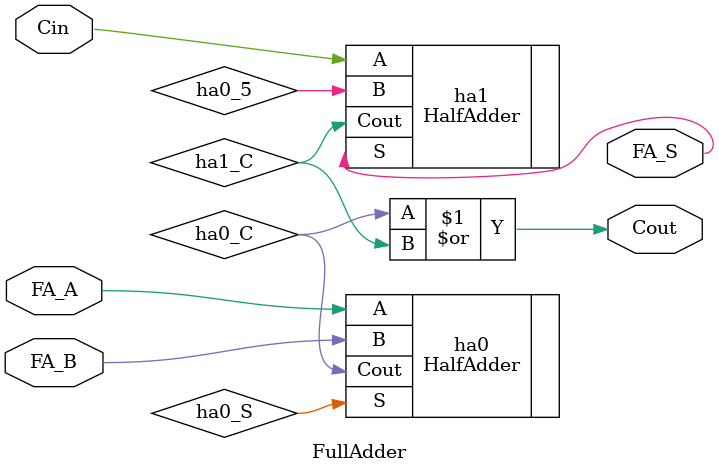
<source format=v>
`timescale 1ns / 1ps
module FullAdder(FA_A, FA_B, Cin, FA_S, Cout);

input FA_A, FA_B, Cin;
output FA_S, Cout;

wire ha0_S, ha0_C, ha1_C;

HalfAdder ha0( .A( FA_A ),
					.B( FA_B ),
					.Cout(ha0_C ),
					.S( ha0_S )
					);
					
					
HalfAdder ha1( .A( Cin ),
					.B( ha0_5 ),
					.Cout(ha1_C ),
					.S( FA_S )
					);
				
assign Cout = ha0_C | ha1_C;


endmodule

</source>
